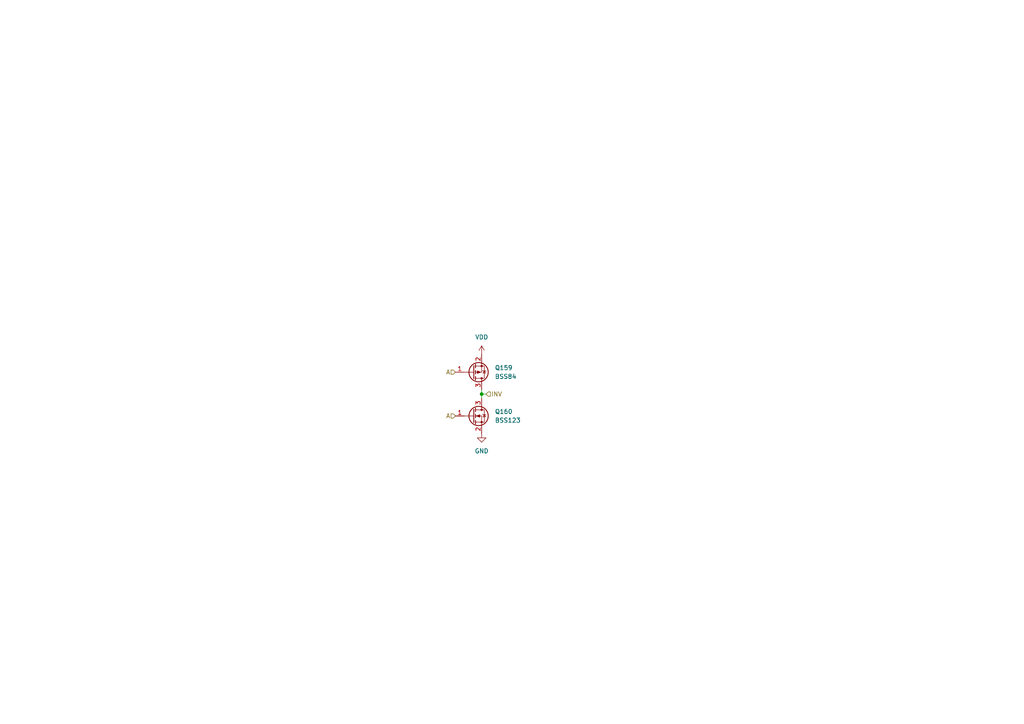
<source format=kicad_sch>
(kicad_sch (version 20250114) (generator "eeschema") (generator_version "9.0")
  (paper "A4")
  (lib_symbols
    (symbol "Transistor_FET:BSS123" (pin_names (hide yes))
      (property "Reference" "Q" (at 5.08 1.905 0))
      (property "Value" "BSS123" (at 5.08 0 0))
      (symbol "BSS123_0_1"
        (polyline (pts (xy 0.254 1.905) (xy 0.254 -1.905)) (stroke (width 0.254)))
        (polyline (pts (xy 0.254 0) (xy -2.54 0)))
        (polyline (pts (xy 0.762 2.286) (xy 0.762 1.27)) (stroke (width 0.254)))
        (polyline (pts (xy 0.762 0.508) (xy 0.762 -0.508)) (stroke (width 0.254)))
        (polyline (pts (xy 0.762 -1.27) (xy 0.762 -2.286)) (stroke (width 0.254)))
        (polyline (pts (xy 0.762 -1.778) (xy 3.302 -1.778) (xy 3.302 1.778) (xy 0.762 1.778)))
        (polyline (pts (xy 1.016 0) (xy 2.032 0.381) (xy 2.032 -0.381) (xy 1.016 0)) (fill (type outline)))
        (circle (center 1.651 0) (radius 2.794) (stroke (width 0.254)))
        (polyline (pts (xy 2.54 2.54) (xy 2.54 1.778)))
        (circle (center 2.54 1.778) (radius 0.254) (fill (type outline)))
        (circle (center 2.54 -1.778) (radius 0.254) (fill (type outline)))
        (polyline (pts (xy 2.54 -2.54) (xy 2.54 0) (xy 0.762 0)))
        (polyline (pts (xy 2.794 0.508) (xy 2.921 0.381) (xy 3.683 0.381) (xy 3.81 0.254)))
        (polyline (pts (xy 3.302 0.381) (xy 2.921 -0.254) (xy 3.683 -0.254) (xy 3.302 0.381)))
      )
      (symbol "BSS123_1_1"
        (pin input line (at -5.08 0 0) (length 2.54) (name "G") (number "1"))
        (pin passive line (at 2.54 5.08 270) (length 2.54) (name "D") (number "3"))
        (pin passive line (at 2.54 -5.08 90) (length 2.54) (name "S") (number "2"))
      )
    )
    (symbol "Transistor_FET:BSS84" (pin_names (hide yes))
      (property "Reference" "Q" (at 5.08 1.905 0))
      (property "Value" "BSS84" (at 5.08 0 0))
      (symbol "BSS84_0_1"
        (polyline (pts (xy 0.254 1.905) (xy 0.254 -1.905)) (stroke (width 0.254)))
        (polyline (pts (xy 0.254 0) (xy -2.54 0)))
        (polyline (pts (xy 0.762 2.286) (xy 0.762 1.27)) (stroke (width 0.254)))
        (polyline (pts (xy 0.762 1.778) (xy 3.302 1.778) (xy 3.302 -1.778) (xy 0.762 -1.778)))
        (polyline (pts (xy 0.762 0.508) (xy 0.762 -0.508)) (stroke (width 0.254)))
        (polyline (pts (xy 0.762 -1.27) (xy 0.762 -2.286)) (stroke (width 0.254)))
        (circle (center 1.651 0) (radius 2.794) (stroke (width 0.254)))
        (polyline (pts (xy 2.286 0) (xy 1.27 0.381) (xy 1.27 -0.381) (xy 2.286 0)) (fill (type outline)))
        (polyline (pts (xy 2.54 2.54) (xy 2.54 1.778)))
        (circle (center 2.54 1.778) (radius 0.254) (fill (type outline)))
        (circle (center 2.54 -1.778) (radius 0.254) (fill (type outline)))
        (polyline (pts (xy 2.54 -2.54) (xy 2.54 0) (xy 0.762 0)))
        (polyline (pts (xy 2.794 -0.508) (xy 2.921 -0.381) (xy 3.683 -0.381) (xy 3.81 -0.254)))
        (polyline (pts (xy 3.302 -0.381) (xy 2.921 0.254) (xy 3.683 0.254) (xy 3.302 -0.381)))
      )
      (symbol "BSS84_1_1"
        (pin input line (at -5.08 0 0) (length 2.54) (name "G") (number "1"))
        (pin passive line (at 2.54 5.08 270) (length 2.54) (name "D") (number "3"))
        (pin passive line (at 2.54 -5.08 90) (length 2.54) (name "S") (number "2"))
      )
    )
    (symbol "power:GND" (power) (pin_numbers (hide yes)) (pin_names (offset 0) (hide yes))
      (property "Value" "GND" (at 0 -3.81 0))
      (symbol "GND_0_1"
        (polyline (pts (xy 0 0) (xy 0 -1.27) (xy 1.27 -1.27) (xy 0 -2.54) (xy -1.27 -1.27) (xy 0 -1.27)))
      )
      (symbol "GND_1_1"
        (pin power_in line (at 0 0 270) (length 0) (name "~") (number "1"))
      )
    )
    (symbol "power:VDD" (power) (pin_numbers (hide yes)) (pin_names (offset 0) (hide yes))
      (property "Value" "VDD" (at 0 3.556 0))
      (symbol "VDD_0_1"
        (polyline (pts (xy -0.762 1.27) (xy 0 2.54)))
        (polyline (pts (xy 0 2.54) (xy 0.762 1.27)))
        (polyline (pts (xy 0 0) (xy 0 2.54)))
      )
      (symbol "VDD_1_1"
        (pin power_in line (at 0 0 90) (length 0) (name "~") (number "1"))
      )
    )
  )
  (junction (at 139.7 114.3))
  (wire (pts (xy 139.7 114.3) (xy 139.7 115.57)))
  (wire (pts (xy 139.7 114.3) (xy 140.97 114.3)))
  (wire (pts (xy 139.7 113.03) (xy 139.7 114.3)))
  (hierarchical_label "A" (shape input) (at 132.08 107.95 180))
  (hierarchical_label "INV" (shape input) (at 140.97 114.3 0))
  (hierarchical_label "A" (shape input) (at 132.08 120.65 180))
  (symbol (lib_id "Transistor_FET:BSS123") (at 137.16 120.65 0) (unit 1)
    (property "Reference" "Q4" (at 143.51 119.3799 0) (effects (justify left)))
    (property "Value" "BSS123" (at 143.51 121.9199 0) (effects (justify left)))
    (property "Footprint" "Package_TO_SOT_SMD:SOT-23" (effects (hide yes)))
    (property "Datasheet" "http://www.diodes.com/assets/Datasheets/ds30366.pdf" (effects (hide yes)))
    (property "Description" "0.17A Id, 100V Vds, N-Channel MOSFET, SOT-23" (effects (hide yes)))
    (instances (project "hera" (path "" (reference "Q160") (unit 1)) (path "" (reference "Q158") (unit 1)) (path "" (reference "Q196") (unit 1)) (path "" (reference "Q188") (unit 1)) (path "" (reference "Q194") (unit 1)) (path "" (reference "Q186") (unit 1)) (path "" (reference "Q740") (unit 1)) (path "" (reference "Q650") (unit 1)) (path "" (reference "Q578") (unit 1)) (path "" (reference "Q614") (unit 1)) (path "" (reference "Q758") (unit 1)) (path "" (reference "Q776") (unit 1)) (path "" (reference "Q560") (unit 1)) (path "" (reference "Q596") (unit 1)) (path "" (reference "Q632") (unit 1)) (path "" (reference "Q686") (unit 1)) (path "" (reference "Q542") (unit 1)) (path "" (reference "Q506") (unit 1)) (path "" (reference "Q704") (unit 1)) (path "" (reference "Q722") (unit 1)) (path "" (reference "Q524") (unit 1)) (path "" (reference "Q668") (unit 1)) (path "" (reference "Q136") (unit 1)) (path "" (reference "Q4") (unit 1)) (path "" (reference "Q28") (unit 1)) (path "" (reference "Q46") (unit 1)) (path "" (reference "Q100") (unit 1)) (path "" (reference "Q82") (unit 1)) (path "" (reference "Q118") (unit 1)) (path "" (reference "Q64") (unit 1)) (path "" (reference "Q206") (unit 1)) (path "" (reference "Q296") (unit 1)) (path "" (reference "Q314") (unit 1)) (path "" (reference "Q332") (unit 1)) (path "" (reference "Q242") (unit 1)) (path "" (reference "Q260") (unit 1)) (path "" (reference "Q224") (unit 1)) (path "" (reference "Q278") (unit 1)) (path "" (reference "Q350") (unit 1)) (path "" (reference "Q440") (unit 1)) (path "" (reference "Q458") (unit 1)) (path "" (reference "Q476") (unit 1)) (path "" (reference "Q386") (unit 1)) (path "" (reference "Q404") (unit 1)) (path "" (reference "Q368") (unit 1)) (path "" (reference "Q422") (unit 1)) (path "" (reference "Q744") (unit 1)) (path "" (reference "Q742") (unit 1)) (path "" (reference "Q654") (unit 1)) (path "" (reference "Q652") (unit 1)) (path "" (reference "Q582") (unit 1)) (path "" (reference "Q580") (unit 1)) (path "" (reference "Q618") (unit 1)) (path "" (reference "Q616") (unit 1)) (path "" (reference "Q762") (unit 1)) (path "" (reference "Q760") (unit 1)) (path "" (reference "Q780") (unit 1)) (path "" (reference "Q778") (unit 1)) (path "" (reference "Q564") (unit 1)) (path "" (reference "Q562") (unit 1)) (path "" (reference "Q600") (unit 1)) (path "" (reference "Q598") (unit 1)) (path "" (reference "Q636") (unit 1)) (path "" (reference "Q634") (unit 1)) (path "" (reference "Q690") (unit 1)) (path "" (reference "Q688") (unit 1)) (path "" (reference "Q546") (unit 1)) (path "" (reference "Q544") (unit 1)) (path "" (reference "Q510") (unit 1)) (path "" (reference "Q508") (unit 1)) (path "" (reference "Q708") (unit 1)) (path "" (reference "Q706") (unit 1)) (path "" (reference "Q726") (unit 1)) (path "" (reference "Q724") (unit 1)) (path "" (reference "Q528") (unit 1)) (path "" (reference "Q526") (unit 1)) (path "" (reference "Q672") (unit 1)) (path "" (reference "Q670") (unit 1))))
  )
  (symbol (lib_id "Transistor_FET:BSS84") (at 137.16 107.95 0) (mirror x) (unit 1)
    (property "Reference" "Q3" (at 143.51 106.6799 0) (effects (justify left)))
    (property "Value" "BSS84" (at 143.51 109.2199 0) (effects (justify left)))
    (property "Footprint" "Package_TO_SOT_SMD:SOT-23" (effects (hide yes)))
    (property "Datasheet" "http://assets.nexperia.com/documents/data-sheet/BSS84.pdf" (effects (hide yes)))
    (property "Description" "-0.13A Id, -50V Vds, P-Channel MOSFET, SOT-23" (effects (hide yes)))
    (instances (project "hera" (path "" (reference "Q159") (unit 1)) (path "" (reference "Q157") (unit 1)) (path "" (reference "Q195") (unit 1)) (path "" (reference "Q187") (unit 1)) (path "" (reference "Q193") (unit 1)) (path "" (reference "Q185") (unit 1)) (path "" (reference "Q739") (unit 1)) (path "" (reference "Q649") (unit 1)) (path "" (reference "Q577") (unit 1)) (path "" (reference "Q613") (unit 1)) (path "" (reference "Q757") (unit 1)) (path "" (reference "Q775") (unit 1)) (path "" (reference "Q559") (unit 1)) (path "" (reference "Q595") (unit 1)) (path "" (reference "Q631") (unit 1)) (path "" (reference "Q685") (unit 1)) (path "" (reference "Q541") (unit 1)) (path "" (reference "Q505") (unit 1)) (path "" (reference "Q703") (unit 1)) (path "" (reference "Q721") (unit 1)) (path "" (reference "Q523") (unit 1)) (path "" (reference "Q667") (unit 1)) (path "" (reference "Q135") (unit 1)) (path "" (reference "Q3") (unit 1)) (path "" (reference "Q27") (unit 1)) (path "" (reference "Q45") (unit 1)) (path "" (reference "Q99") (unit 1)) (path "" (reference "Q81") (unit 1)) (path "" (reference "Q117") (unit 1)) (path "" (reference "Q63") (unit 1)) (path "" (reference "Q205") (unit 1)) (path "" (reference "Q295") (unit 1)) (path "" (reference "Q313") (unit 1)) (path "" (reference "Q331") (unit 1)) (path "" (reference "Q241") (unit 1)) (path "" (reference "Q259") (unit 1)) (path "" (reference "Q223") (unit 1)) (path "" (reference "Q277") (unit 1)) (path "" (reference "Q349") (unit 1)) (path "" (reference "Q439") (unit 1)) (path "" (reference "Q457") (unit 1)) (path "" (reference "Q475") (unit 1)) (path "" (reference "Q385") (unit 1)) (path "" (reference "Q403") (unit 1)) (path "" (reference "Q367") (unit 1)) (path "" (reference "Q421") (unit 1)) (path "" (reference "Q743") (unit 1)) (path "" (reference "Q741") (unit 1)) (path "" (reference "Q653") (unit 1)) (path "" (reference "Q651") (unit 1)) (path "" (reference "Q581") (unit 1)) (path "" (reference "Q579") (unit 1)) (path "" (reference "Q617") (unit 1)) (path "" (reference "Q615") (unit 1)) (path "" (reference "Q761") (unit 1)) (path "" (reference "Q759") (unit 1)) (path "" (reference "Q779") (unit 1)) (path "" (reference "Q777") (unit 1)) (path "" (reference "Q563") (unit 1)) (path "" (reference "Q561") (unit 1)) (path "" (reference "Q599") (unit 1)) (path "" (reference "Q597") (unit 1)) (path "" (reference "Q635") (unit 1)) (path "" (reference "Q633") (unit 1)) (path "" (reference "Q689") (unit 1)) (path "" (reference "Q687") (unit 1)) (path "" (reference "Q545") (unit 1)) (path "" (reference "Q543") (unit 1)) (path "" (reference "Q509") (unit 1)) (path "" (reference "Q507") (unit 1)) (path "" (reference "Q707") (unit 1)) (path "" (reference "Q705") (unit 1)) (path "" (reference "Q725") (unit 1)) (path "" (reference "Q723") (unit 1)) (path "" (reference "Q527") (unit 1)) (path "" (reference "Q525") (unit 1)) (path "" (reference "Q671") (unit 1)) (path "" (reference "Q669") (unit 1))))
  )
  (symbol (lib_id "power:VDD") (at 139.7 102.87 0) (unit 1)
    (property "Reference" "#PWR03" (effects (hide yes)))
    (property "Value" "VDD" (at 139.7 97.79 0))
    (property "Description" "Power symbol creates a global label with name \"VDD\"" (effects (hide yes)))
    (instances (project "hera" (path "" (reference "#PWR0124") (unit 1)) (path "" (reference "#PWR0122") (unit 1)) (path "" (reference "#PWR0152") (unit 1)) (path "" (reference "#PWR0145") (unit 1)) (path "" (reference "#PWR0150") (unit 1)) (path "" (reference "#PWR0143") (unit 1)) (path "" (reference "#PWR0556") (unit 1)) (path "" (reference "#PWR0491") (unit 1)) (path "" (reference "#PWR0439") (unit 1)) (path "" (reference "#PWR0465") (unit 1)) (path "" (reference "#PWR0569") (unit 1)) (path "" (reference "#PWR0582") (unit 1)) (path "" (reference "#PWR0426") (unit 1)) (path "" (reference "#PWR0452") (unit 1)) (path "" (reference "#PWR0478") (unit 1)) (path "" (reference "#PWR0517") (unit 1)) (path "" (reference "#PWR0413") (unit 1)) (path "" (reference "#PWR0387") (unit 1)) (path "" (reference "#PWR0530") (unit 1)) (path "" (reference "#PWR0543") (unit 1)) (path "" (reference "#PWR0400") (unit 1)) (path "" (reference "#PWR0504") (unit 1)) (path "" (reference "#PWR0104") (unit 1)) (path "" (reference "#PWR03") (unit 1)) (path "" (reference "#PWR020") (unit 1)) (path "" (reference "#PWR034") (unit 1)) (path "" (reference "#PWR076") (unit 1)) (path "" (reference "#PWR062") (unit 1)) (path "" (reference "#PWR090") (unit 1)) (path "" (reference "#PWR048") (unit 1)) (path "" (reference "#PWR0156") (unit 1)) (path "" (reference "#PWR0226") (unit 1)) (path "" (reference "#PWR0240") (unit 1)) (path "" (reference "#PWR0254") (unit 1)) (path "" (reference "#PWR0184") (unit 1)) (path "" (reference "#PWR0198") (unit 1)) (path "" (reference "#PWR0170") (unit 1)) (path "" (reference "#PWR0212") (unit 1)) (path "" (reference "#PWR0268") (unit 1)) (path "" (reference "#PWR0338") (unit 1)) (path "" (reference "#PWR0352") (unit 1)) (path "" (reference "#PWR0366") (unit 1)) (path "" (reference "#PWR0296") (unit 1)) (path "" (reference "#PWR0310") (unit 1)) (path "" (reference "#PWR0282") (unit 1)) (path "" (reference "#PWR0324") (unit 1)) (path "" (reference "#PWR0560") (unit 1)) (path "" (reference "#PWR0558") (unit 1)) (path "" (reference "#PWR0495") (unit 1)) (path "" (reference "#PWR0493") (unit 1)) (path "" (reference "#PWR0443") (unit 1)) (path "" (reference "#PWR0441") (unit 1)) (path "" (reference "#PWR0469") (unit 1)) (path "" (reference "#PWR0467") (unit 1)) (path "" (reference "#PWR0573") (unit 1)) (path "" (reference "#PWR0571") (unit 1)) (path "" (reference "#PWR0586") (unit 1)) (path "" (reference "#PWR0584") (unit 1)) (path "" (reference "#PWR0430") (unit 1)) (path "" (reference "#PWR0428") (unit 1)) (path "" (reference "#PWR0456") (unit 1)) (path "" (reference "#PWR0454") (unit 1)) (path "" (reference "#PWR0482") (unit 1)) (path "" (reference "#PWR0480") (unit 1)) (path "" (reference "#PWR0521") (unit 1)) (path "" (reference "#PWR0519") (unit 1)) (path "" (reference "#PWR0417") (unit 1)) (path "" (reference "#PWR0415") (unit 1)) (path "" (reference "#PWR0391") (unit 1)) (path "" (reference "#PWR0389") (unit 1)) (path "" (reference "#PWR0534") (unit 1)) (path "" (reference "#PWR0532") (unit 1)) (path "" (reference "#PWR0547") (unit 1)) (path "" (reference "#PWR0545") (unit 1)) (path "" (reference "#PWR0404") (unit 1)) (path "" (reference "#PWR0402") (unit 1)) (path "" (reference "#PWR0508") (unit 1)) (path "" (reference "#PWR0506") (unit 1))))
  )
  (symbol (lib_id "power:GND") (at 139.7 125.73 0) (unit 1)
    (property "Reference" "#PWR05" (effects (hide yes)))
    (property "Value" "GND" (at 139.7 130.81 0))
    (property "Description" "Power symbol creates a global label with name \"GND\" , ground" (effects (hide yes)))
    (instances (project "hera" (path "" (reference "#PWR0125") (unit 1)) (path "" (reference "#PWR0123") (unit 1)) (path "" (reference "#PWR0153") (unit 1)) (path "" (reference "#PWR0149") (unit 1)) (path "" (reference "#PWR0151") (unit 1)) (path "" (reference "#PWR0144") (unit 1)) (path "" (reference "#PWR0557") (unit 1)) (path "" (reference "#PWR0492") (unit 1)) (path "" (reference "#PWR0440") (unit 1)) (path "" (reference "#PWR0466") (unit 1)) (path "" (reference "#PWR0570") (unit 1)) (path "" (reference "#PWR0583") (unit 1)) (path "" (reference "#PWR0427") (unit 1)) (path "" (reference "#PWR0453") (unit 1)) (path "" (reference "#PWR0479") (unit 1)) (path "" (reference "#PWR0518") (unit 1)) (path "" (reference "#PWR0414") (unit 1)) (path "" (reference "#PWR0388") (unit 1)) (path "" (reference "#PWR0531") (unit 1)) (path "" (reference "#PWR0544") (unit 1)) (path "" (reference "#PWR0401") (unit 1)) (path "" (reference "#PWR0505") (unit 1)) (path "" (reference "#PWR0105") (unit 1)) (path "" (reference "#PWR05") (unit 1)) (path "" (reference "#PWR021") (unit 1)) (path "" (reference "#PWR035") (unit 1)) (path "" (reference "#PWR077") (unit 1)) (path "" (reference "#PWR063") (unit 1)) (path "" (reference "#PWR091") (unit 1)) (path "" (reference "#PWR049") (unit 1)) (path "" (reference "#PWR0157") (unit 1)) (path "" (reference "#PWR0227") (unit 1)) (path "" (reference "#PWR0241") (unit 1)) (path "" (reference "#PWR0255") (unit 1)) (path "" (reference "#PWR0185") (unit 1)) (path "" (reference "#PWR0199") (unit 1)) (path "" (reference "#PWR0171") (unit 1)) (path "" (reference "#PWR0213") (unit 1)) (path "" (reference "#PWR0269") (unit 1)) (path "" (reference "#PWR0339") (unit 1)) (path "" (reference "#PWR0353") (unit 1)) (path "" (reference "#PWR0367") (unit 1)) (path "" (reference "#PWR0297") (unit 1)) (path "" (reference "#PWR0311") (unit 1)) (path "" (reference "#PWR0283") (unit 1)) (path "" (reference "#PWR0325") (unit 1)) (path "" (reference "#PWR0561") (unit 1)) (path "" (reference "#PWR0559") (unit 1)) (path "" (reference "#PWR0496") (unit 1)) (path "" (reference "#PWR0494") (unit 1)) (path "" (reference "#PWR0444") (unit 1)) (path "" (reference "#PWR0442") (unit 1)) (path "" (reference "#PWR0470") (unit 1)) (path "" (reference "#PWR0468") (unit 1)) (path "" (reference "#PWR0574") (unit 1)) (path "" (reference "#PWR0572") (unit 1)) (path "" (reference "#PWR0587") (unit 1)) (path "" (reference "#PWR0585") (unit 1)) (path "" (reference "#PWR0431") (unit 1)) (path "" (reference "#PWR0429") (unit 1)) (path "" (reference "#PWR0457") (unit 1)) (path "" (reference "#PWR0455") (unit 1)) (path "" (reference "#PWR0483") (unit 1)) (path "" (reference "#PWR0481") (unit 1)) (path "" (reference "#PWR0522") (unit 1)) (path "" (reference "#PWR0520") (unit 1)) (path "" (reference "#PWR0418") (unit 1)) (path "" (reference "#PWR0416") (unit 1)) (path "" (reference "#PWR0392") (unit 1)) (path "" (reference "#PWR0390") (unit 1)) (path "" (reference "#PWR0535") (unit 1)) (path "" (reference "#PWR0533") (unit 1)) (path "" (reference "#PWR0548") (unit 1)) (path "" (reference "#PWR0546") (unit 1)) (path "" (reference "#PWR0405") (unit 1)) (path "" (reference "#PWR0403") (unit 1)) (path "" (reference "#PWR0509") (unit 1)) (path "" (reference "#PWR0507") (unit 1))))
  )
)
</source>
